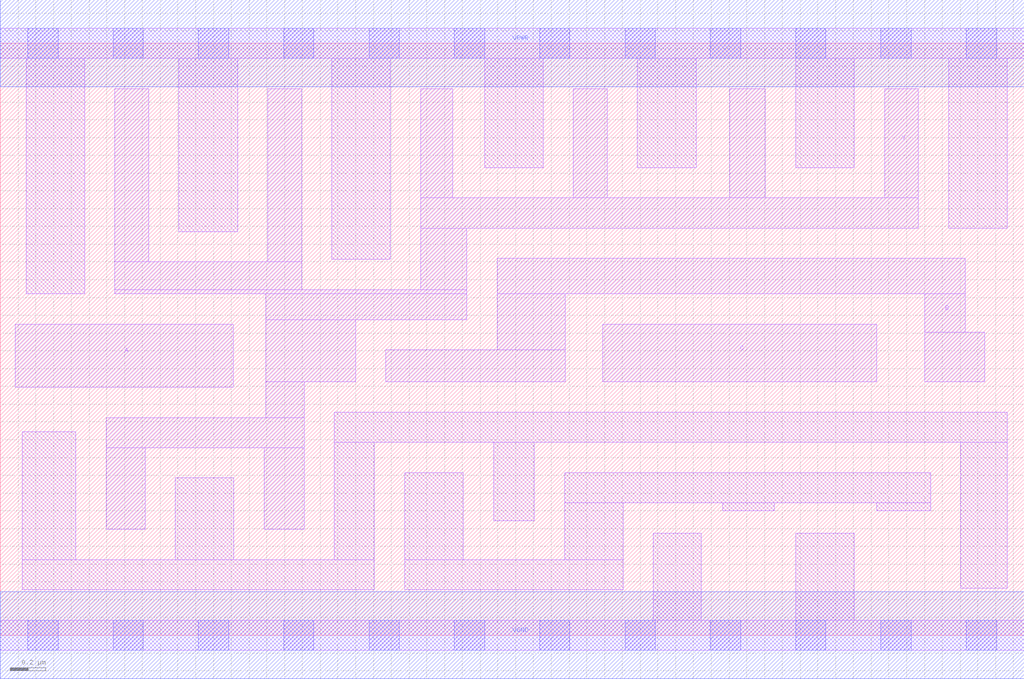
<source format=lef>
# Copyright 2020 The SkyWater PDK Authors
#
# Licensed under the Apache License, Version 2.0 (the "License");
# you may not use this file except in compliance with the License.
# You may obtain a copy of the License at
#
#     https://www.apache.org/licenses/LICENSE-2.0
#
# Unless required by applicable law or agreed to in writing, software
# distributed under the License is distributed on an "AS IS" BASIS,
# WITHOUT WARRANTIES OR CONDITIONS OF ANY KIND, either express or implied.
# See the License for the specific language governing permissions and
# limitations under the License.
#
# SPDX-License-Identifier: Apache-2.0

VERSION 5.7 ;
  NAMESCASESENSITIVE ON ;
  NOWIREEXTENSIONATPIN ON ;
  DIVIDERCHAR "/" ;
  BUSBITCHARS "[]" ;
UNITS
  DATABASE MICRONS 200 ;
END UNITS
MACRO sky130_fd_sc_lp__nand3_4
  CLASS CORE ;
  SOURCE USER ;
  FOREIGN sky130_fd_sc_lp__nand3_4 ;
  ORIGIN  0.000000  0.000000 ;
  SIZE  5.760000 BY  3.330000 ;
  SYMMETRY X Y R90 ;
  SITE unit ;
  PIN A
    ANTENNAGATEAREA  1.260000 ;
    DIRECTION INPUT ;
    USE SIGNAL ;
    PORT
      LAYER li1 ;
        RECT 0.085000 1.395000 1.310000 1.750000 ;
    END
  END A
  PIN B
    ANTENNAGATEAREA  1.260000 ;
    DIRECTION INPUT ;
    USE SIGNAL ;
    PORT
      LAYER li1 ;
        RECT 2.170000 1.425000 3.180000 1.605000 ;
        RECT 2.795000 1.605000 3.180000 1.920000 ;
        RECT 2.795000 1.920000 5.430000 2.120000 ;
        RECT 5.200000 1.425000 5.540000 1.705000 ;
        RECT 5.200000 1.705000 5.430000 1.920000 ;
    END
  END B
  PIN C
    ANTENNAGATEAREA  1.260000 ;
    DIRECTION INPUT ;
    USE SIGNAL ;
    PORT
      LAYER li1 ;
        RECT 3.390000 1.425000 4.930000 1.750000 ;
    END
  END C
  PIN Y
    ANTENNADIFFAREA  2.587200 ;
    DIRECTION OUTPUT ;
    USE SIGNAL ;
    PORT
      LAYER li1 ;
        RECT 0.595000 0.595000 0.815000 1.055000 ;
        RECT 0.595000 1.055000 1.710000 1.225000 ;
        RECT 0.645000 1.920000 2.625000 1.945000 ;
        RECT 0.645000 1.945000 1.695000 2.100000 ;
        RECT 0.645000 2.100000 0.835000 3.075000 ;
        RECT 1.485000 0.595000 1.710000 1.055000 ;
        RECT 1.495000 1.225000 1.710000 1.425000 ;
        RECT 1.495000 1.425000 2.000000 1.775000 ;
        RECT 1.495000 1.775000 2.625000 1.920000 ;
        RECT 1.505000 2.100000 1.695000 3.075000 ;
        RECT 2.365000 1.945000 2.625000 2.290000 ;
        RECT 2.365000 2.290000 5.165000 2.460000 ;
        RECT 2.365000 2.460000 2.545000 3.075000 ;
        RECT 3.225000 2.460000 3.415000 3.075000 ;
        RECT 4.105000 2.460000 4.305000 3.075000 ;
        RECT 4.975000 2.460000 5.165000 3.075000 ;
    END
  END Y
  PIN VGND
    DIRECTION INOUT ;
    USE GROUND ;
    PORT
      LAYER met1 ;
        RECT 0.000000 -0.245000 5.760000 0.245000 ;
    END
  END VGND
  PIN VPWR
    DIRECTION INOUT ;
    USE POWER ;
    PORT
      LAYER met1 ;
        RECT 0.000000 3.085000 5.760000 3.575000 ;
    END
  END VPWR
  OBS
    LAYER li1 ;
      RECT 0.000000 -0.085000 5.760000 0.085000 ;
      RECT 0.000000  3.245000 5.760000 3.415000 ;
      RECT 0.125000  0.255000 2.105000 0.425000 ;
      RECT 0.125000  0.425000 0.425000 1.145000 ;
      RECT 0.145000  1.920000 0.475000 3.245000 ;
      RECT 0.985000  0.425000 1.315000 0.885000 ;
      RECT 1.005000  2.270000 1.335000 3.245000 ;
      RECT 1.865000  2.115000 2.195000 3.245000 ;
      RECT 1.880000  0.425000 2.105000 1.085000 ;
      RECT 1.880000  1.085000 5.665000 1.255000 ;
      RECT 2.275000  0.255000 3.505000 0.425000 ;
      RECT 2.275000  0.425000 2.605000 0.915000 ;
      RECT 2.725000  2.630000 3.055000 3.245000 ;
      RECT 2.775000  0.645000 3.005000 1.085000 ;
      RECT 3.175000  0.425000 3.505000 0.745000 ;
      RECT 3.175000  0.745000 5.235000 0.915000 ;
      RECT 3.585000  2.630000 3.915000 3.245000 ;
      RECT 3.675000  0.085000 3.945000 0.575000 ;
      RECT 4.065000  0.700000 4.355000 0.745000 ;
      RECT 4.475000  0.085000 4.805000 0.575000 ;
      RECT 4.475000  2.630000 4.805000 3.245000 ;
      RECT 4.930000  0.700000 5.235000 0.745000 ;
      RECT 5.335000  2.290000 5.665000 3.245000 ;
      RECT 5.405000  0.265000 5.665000 1.085000 ;
    LAYER mcon ;
      RECT 0.155000 -0.085000 0.325000 0.085000 ;
      RECT 0.155000  3.245000 0.325000 3.415000 ;
      RECT 0.635000 -0.085000 0.805000 0.085000 ;
      RECT 0.635000  3.245000 0.805000 3.415000 ;
      RECT 1.115000 -0.085000 1.285000 0.085000 ;
      RECT 1.115000  3.245000 1.285000 3.415000 ;
      RECT 1.595000 -0.085000 1.765000 0.085000 ;
      RECT 1.595000  3.245000 1.765000 3.415000 ;
      RECT 2.075000 -0.085000 2.245000 0.085000 ;
      RECT 2.075000  3.245000 2.245000 3.415000 ;
      RECT 2.555000 -0.085000 2.725000 0.085000 ;
      RECT 2.555000  3.245000 2.725000 3.415000 ;
      RECT 3.035000 -0.085000 3.205000 0.085000 ;
      RECT 3.035000  3.245000 3.205000 3.415000 ;
      RECT 3.515000 -0.085000 3.685000 0.085000 ;
      RECT 3.515000  3.245000 3.685000 3.415000 ;
      RECT 3.995000 -0.085000 4.165000 0.085000 ;
      RECT 3.995000  3.245000 4.165000 3.415000 ;
      RECT 4.475000 -0.085000 4.645000 0.085000 ;
      RECT 4.475000  3.245000 4.645000 3.415000 ;
      RECT 4.955000 -0.085000 5.125000 0.085000 ;
      RECT 4.955000  3.245000 5.125000 3.415000 ;
      RECT 5.435000 -0.085000 5.605000 0.085000 ;
      RECT 5.435000  3.245000 5.605000 3.415000 ;
  END
END sky130_fd_sc_lp__nand3_4
END LIBRARY

</source>
